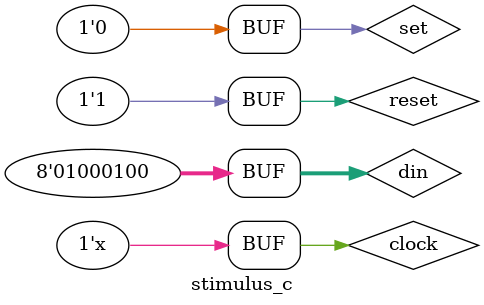
<source format=v>
/* test bench for design (a) */
module stimulus_a;
reg din;    
reg reset;
wire q;

reg clock;  

/* instantiate your FF design here */
D_FF    D_FF(.q(q), .d(din), .clk(clock), .rst(reset));
/* clock signal generation */
initial clock = 1'b0;
always  #5 clock = ~clock;

/* stimulus waveforms */
initial begin
din = 1'b0;
reset = 1'b0;
#10 din = 1'b1;
#8 reset = 1'b1;
#10 din = 1'b0;
#5  reset = 1'b0;
#7  din = 1'b1;
//#10 $finish;
end
endmodule



/* test bench for design (b) */
module stimulus_b;
reg enable;
reg rst;
reg tin;
reg clock;  
wire q;

/* instantiate your FF design here */
//nagative edge trigger T FF with active low enable
T_FF    T_FF(.Q(q), .T(tin), .clk(clock), .en(enable), .rst(rst));
/* clock signal generation */
initial clock = 1'b0;
always  #5 clock = ~clock;

/* stimulus waveforms */ 
initial begin
tin = 1'b1;
enable = 1'b1;
rst = 1;
#10 rst = 0;
#25 enable = 1'b0;
#30 enable = 1'b1;
#20 enable = 1'b0;
#10 $finish;
end
endmodule




/* test bench for design (c) */
module stimulus_c;
reg set;
reg reset;
reg [7:0] din;
reg clock;  
wire [7:0] q;

/* instantiate your FF design here */
Reg_8bit    Reg_8bit(.reset(reset), .set(set), .clk(clock), .Reg_In(din), .Reg_Out(q));
/* clock signal generation */
initial clock = 1'b0;
always  #5 clock = ~clock;

/* stimulus waveforms */ 
initial begin
set = 1'b1;
reset = 1'b1;
din = 8'h00;
#10 reset = 1'b0;
#10 reset = 1'b1;
din = 8'hF0;
#10 set = 1'b0;
#10 din = 8'h11;
#10 din = 8'h22;
#5 din = 8'h33;
#5 din = 8'h44;
//#10 $finish;
end
endmodule
</source>
